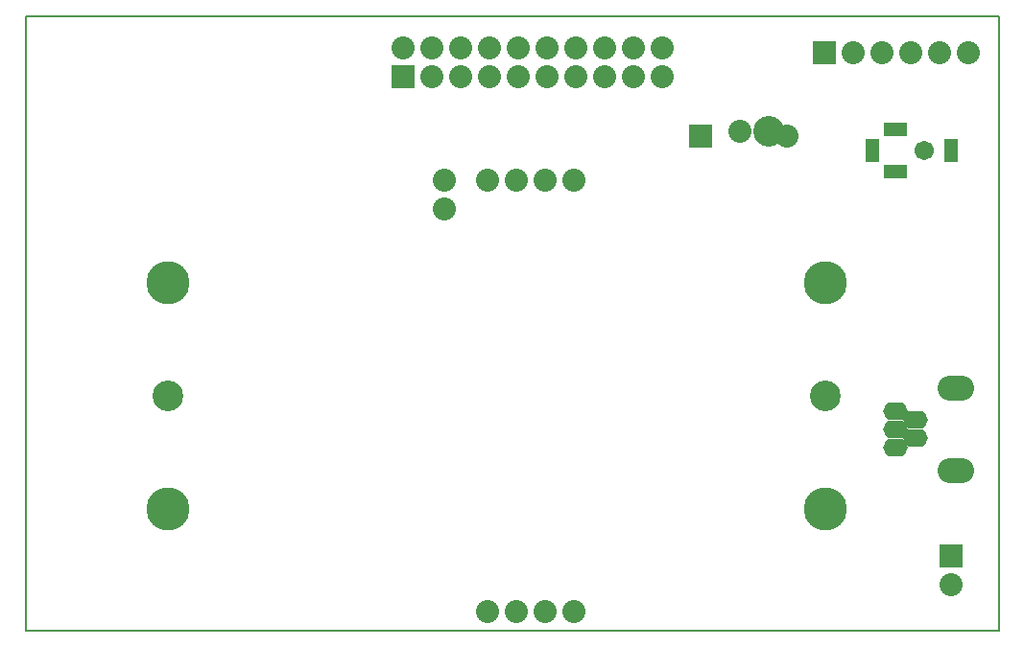
<source format=gbs>
G04 (created by PCBNEW-RS274X (2011-06-08)-testing) date Sa 02 Jul 2011 20:51:35 CEST*
G01*
G70*
G90*
%MOIN*%
G04 Gerber Fmt 3.4, Leading zero omitted, Abs format*
%FSLAX34Y34*%
G04 APERTURE LIST*
%ADD10C,0.006000*%
%ADD11C,0.008000*%
%ADD12R,0.080000X0.080000*%
%ADD13C,0.080000*%
%ADD14C,0.106600*%
%ADD15C,0.149900*%
%ADD16C,0.067200*%
%ADD17R,0.047600X0.079100*%
%ADD18R,0.079100X0.047600*%
%ADD19O,0.126300X0.086900*%
%ADD20O,0.085000X0.063300*%
G04 APERTURE END LIST*
G54D10*
G54D11*
X14450Y-56300D02*
X14450Y-34950D01*
X48250Y-56300D02*
X14450Y-56300D01*
X48250Y-34950D02*
X48250Y-56300D01*
X15250Y-34950D02*
X48250Y-34950D01*
X14450Y-34950D02*
X15250Y-34950D01*
G54D12*
X27550Y-37050D03*
G54D13*
X27550Y-36050D03*
X28550Y-37050D03*
X28550Y-36050D03*
X29550Y-37050D03*
X29550Y-36050D03*
X30550Y-37050D03*
X30550Y-36050D03*
X31550Y-37050D03*
X31550Y-36050D03*
X32550Y-37050D03*
X32550Y-36050D03*
X33550Y-37050D03*
X33550Y-36050D03*
X34550Y-37050D03*
X34550Y-36050D03*
X35550Y-37050D03*
X35550Y-36050D03*
X36550Y-37050D03*
X36550Y-36050D03*
G54D12*
X37900Y-39100D03*
G54D13*
X39250Y-38950D03*
G54D14*
X40250Y-38950D03*
G54D13*
X40900Y-39100D03*
G54D12*
X46600Y-53700D03*
G54D13*
X46600Y-54700D03*
G54D12*
X42200Y-36200D03*
G54D13*
X43200Y-36200D03*
X44200Y-36200D03*
X45200Y-36200D03*
X46200Y-36200D03*
X47200Y-36200D03*
G54D14*
X19383Y-48150D03*
X42217Y-48150D03*
G54D15*
X19383Y-52087D03*
X19383Y-44213D03*
X42217Y-52087D03*
X42217Y-44213D03*
G54D13*
X33509Y-55650D03*
X32509Y-55650D03*
X31509Y-55650D03*
X30509Y-55650D03*
X33509Y-40650D03*
X32509Y-40650D03*
X31509Y-40650D03*
X30509Y-40650D03*
X29009Y-40650D03*
X29009Y-41650D03*
G54D16*
X45650Y-39600D03*
G54D17*
X46595Y-39600D03*
G54D18*
X44666Y-40328D03*
X44666Y-38872D03*
G54D17*
X43878Y-39600D03*
G54D19*
X46761Y-50737D03*
X46761Y-47863D03*
G54D20*
X44665Y-49930D03*
X44665Y-49300D03*
X44665Y-48670D03*
X45353Y-49615D03*
X45353Y-48985D03*
M02*

</source>
